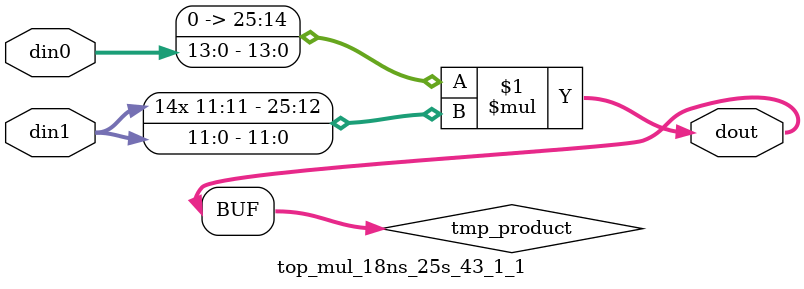
<source format=v>

`timescale 1 ns / 1 ps

 module top_mul_18ns_25s_43_1_1(din0, din1, dout);
parameter ID = 1;
parameter NUM_STAGE = 0;
parameter din0_WIDTH = 14;
parameter din1_WIDTH = 12;
parameter dout_WIDTH = 26;

input [din0_WIDTH - 1 : 0] din0; 
input [din1_WIDTH - 1 : 0] din1; 
output [dout_WIDTH - 1 : 0] dout;

wire signed [dout_WIDTH - 1 : 0] tmp_product;

























assign tmp_product = $signed({1'b0, din0}) * $signed(din1);










assign dout = tmp_product;





















endmodule

</source>
